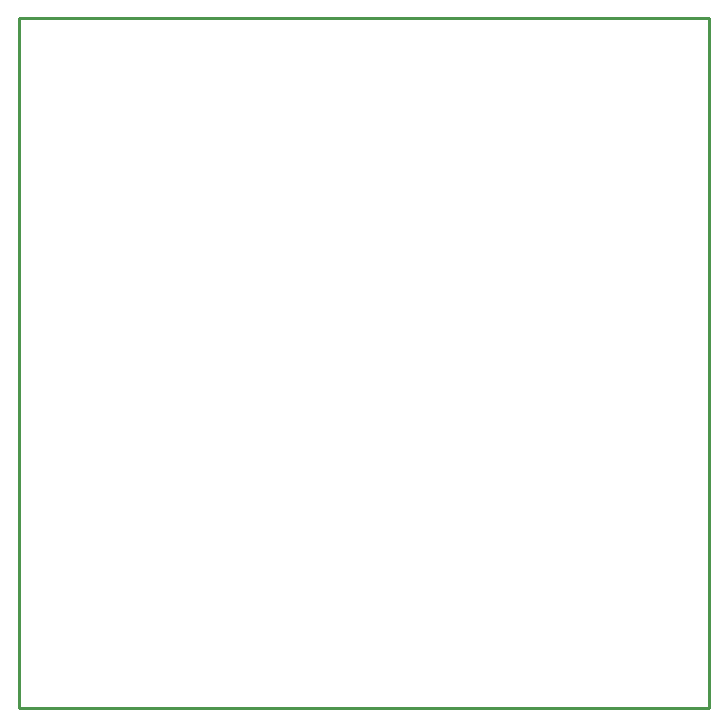
<source format=gko>
G04 Layer: BoardOutlineLayer*
G04 Panelize: , Column: 2, Row: 2, Board Size: 58.42mm x 58.42mm, Panelized Board Size: 118.84mm x 118.84mm*
G04 EasyEDA v6.5.34, 2023-08-21 18:11:39*
G04 ba809c9b4c8644faba3ff844f2f4f7cd,5a6b42c53f6a479593ecc07194224c93,10*
G04 Gerber Generator version 0.2*
G04 Scale: 100 percent, Rotated: No, Reflected: No *
G04 Dimensions in millimeters *
G04 leading zeros omitted , absolute positions ,4 integer and 5 decimal *
%FSLAX45Y45*%
%MOMM*%

%ADD10C,0.2540*%
D10*
X0Y5842000D02*
G01*
X5842000Y5842000D01*
X5842000Y0D01*
X0Y502D01*
X0Y5842000D01*

%LPD*%
M02*

</source>
